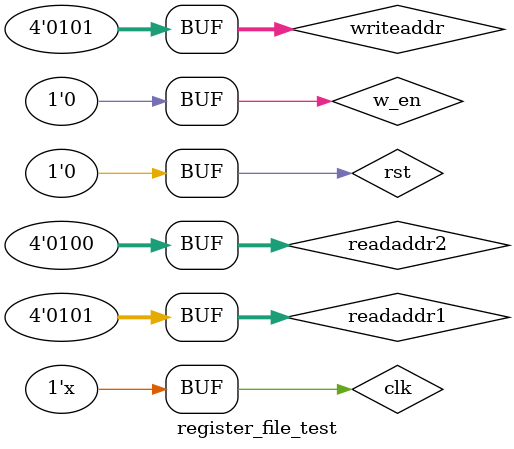
<source format=v>

  module register_file_test();
  
  reg clk,rst;
  wire [15:0]readdata1;
  wire [15:0]readdata2;
wire [15:0]writedata;
  
  reg w_en;
   
  reg [3:0]readaddr1;
  reg [3:0]readaddr2;
   
  reg [3:0]writeaddr;

 register_file test(.readdata1(readdata1),.readdata2(readdata2),.writedata(writedata),.w_en(w_en),.readaddr1(readaddr1),.readaddr2(readaddr2),.writeaddr(writeaddr),.clk(clk),.rst(rst));
 
 initial clk =0;
 always #5 clk = ~clk;
 
 initial begin
 rst = 1;
 
 #30;
 rst = 0;

 
  readaddr1 = 4'b0011;
 readaddr2 = 4'b0100;
  writeaddr = 4'b0101;
 
 w_en = 1; 
 #70;
 w_en=0;//without this its functionality fails
   readaddr1 = 4'b0101;
 end 
endmodule

</source>
